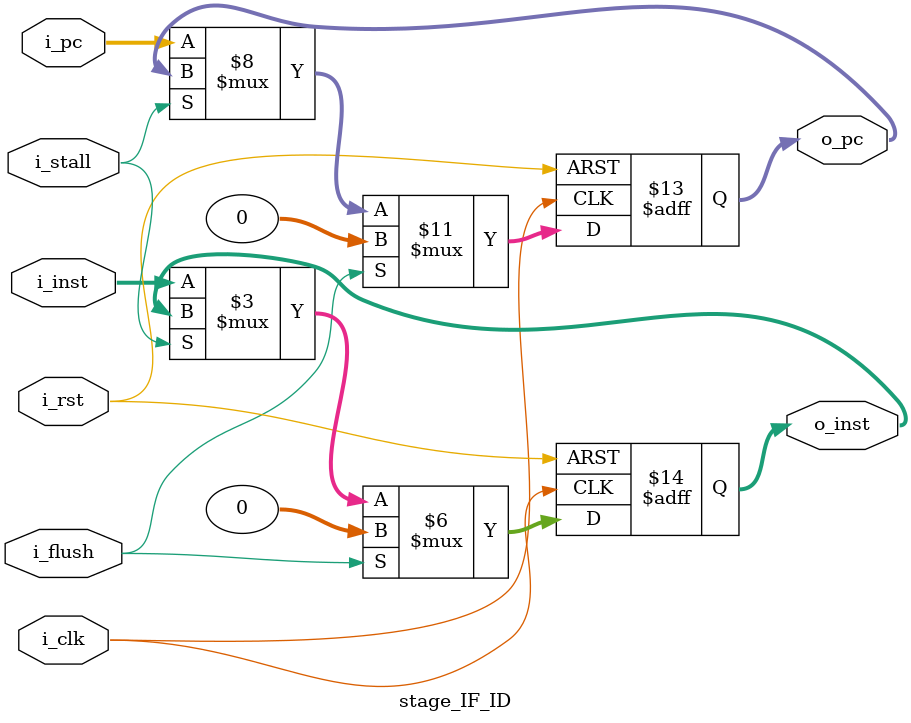
<source format=sv>
module stage_IF_ID (
    input  logic        i_clk,
    input  logic        i_rst,
    input  logic        i_stall,
    input  logic        i_flush,

    input  logic [31:0] i_pc,
    input  logic [31:0] i_inst,

    output logic [31:0] o_pc,
    output logic [31:0] o_inst
);

    always_ff @(posedge i_clk or posedge i_rst) begin
        if (i_rst) begin
            o_pc   <= 32'b0;
            o_inst <= 32'b0;
			end
			else if (i_flush) begin
				o_pc   <= 32'b0;
				o_inst <= 32'b0;
			end
        else if (!i_stall) begin
            o_pc   <= i_pc;
            o_inst <= i_inst;
        end
    end

endmodule

</source>
